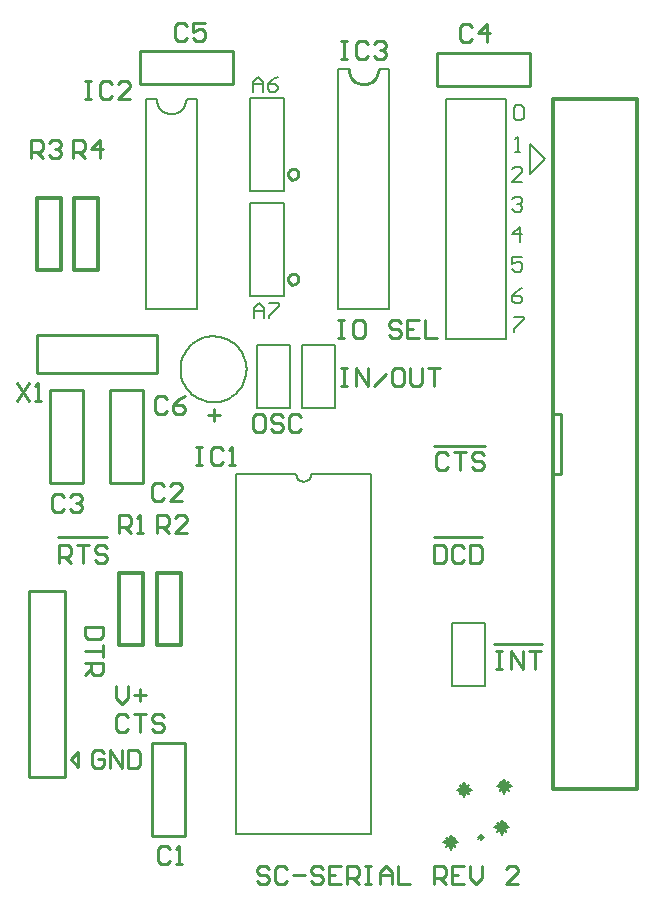
<source format=gto>
G04 Layer_Color=65535*
%FSLAX25Y25*%
%MOIN*%
G70*
G01*
G75*
%ADD12C,0.01000*%
%ADD25C,0.00800*%
%ADD26C,0.00984*%
%ADD27C,0.01200*%
%ADD28C,0.00600*%
%ADD29C,0.00500*%
D12*
X587500Y420000D02*
X587596Y419025D01*
X587881Y418087D01*
X588343Y417222D01*
X588965Y416465D01*
X589722Y415843D01*
X590587Y415381D01*
X591525Y415096D01*
X592500Y415000D01*
X593475Y415096D01*
X594413Y415381D01*
X595278Y415843D01*
X596035Y416465D01*
X596657Y417222D01*
X597119Y418087D01*
X597404Y419025D01*
X597500Y420000D01*
X636000Y228500D02*
X652000D01*
X533000Y164500D02*
Y195500D01*
X522000Y164500D02*
Y195500D01*
X533000D01*
X522000Y164500D02*
X533000D01*
X508000Y282000D02*
Y313000D01*
X519000Y282000D02*
Y313000D01*
X508000Y282000D02*
X519000D01*
X508000Y313000D02*
X519000D01*
X488000Y282000D02*
Y313000D01*
X499000Y282000D02*
Y313000D01*
X488000Y282000D02*
X499000D01*
X488000Y313000D02*
X499000D01*
X518000Y426000D02*
X549000D01*
X518000Y415000D02*
X549000D01*
X518000D02*
Y426000D01*
X549000Y415000D02*
Y426000D01*
X617000Y414500D02*
X648000D01*
X617000Y425500D02*
X648000D01*
Y414500D02*
Y425500D01*
X617000Y414500D02*
Y425500D01*
X655400Y305200D02*
X658400D01*
Y285200D02*
Y305200D01*
X655400Y285200D02*
X658400D01*
X483500Y331300D02*
X523500D01*
X483500Y318700D02*
X523500D01*
X483500D02*
Y331300D01*
X523500Y318700D02*
Y331300D01*
X616000Y264000D02*
X632000D01*
X616000Y294500D02*
X633000D01*
X490500Y264000D02*
X507000D01*
X497450Y187450D02*
Y192450D01*
X494900Y190000D02*
X497450Y187450D01*
X494900Y190000D02*
X497400Y192500D01*
X481000Y246000D02*
X493000D01*
Y184000D02*
Y246000D01*
X481000Y184000D02*
X493000D01*
X481000D02*
Y246000D01*
X477000Y315498D02*
X480999Y309500D01*
Y315498D02*
X477000Y309500D01*
X482998D02*
X484997D01*
X483998D01*
Y315498D01*
X482998Y314498D01*
X495500Y390500D02*
Y396498D01*
X498499D01*
X499499Y395498D01*
Y393499D01*
X498499Y392499D01*
X495500D01*
X497499D02*
X499499Y390500D01*
X504497D02*
Y396498D01*
X501498Y393499D01*
X505497D01*
X523500Y265500D02*
Y271498D01*
X526499D01*
X527499Y270498D01*
Y268499D01*
X526499Y267499D01*
X523500D01*
X525499D02*
X527499Y265500D01*
X533497D02*
X529498D01*
X533497Y269499D01*
Y270498D01*
X532497Y271498D01*
X530498D01*
X529498Y270498D01*
X511000Y265500D02*
Y271498D01*
X513999D01*
X514999Y270498D01*
Y268499D01*
X513999Y267499D01*
X511000D01*
X512999D02*
X514999Y265500D01*
X516998D02*
X518997D01*
X517998D01*
Y271498D01*
X516998Y270498D01*
X585000Y429498D02*
X586999D01*
X586000D01*
Y423500D01*
X585000D01*
X586999D01*
X593997Y428498D02*
X592997Y429498D01*
X590998D01*
X589998Y428498D01*
Y424500D01*
X590998Y423500D01*
X592997D01*
X593997Y424500D01*
X595996Y428498D02*
X596996Y429498D01*
X598995D01*
X599995Y428498D01*
Y427499D01*
X598995Y426499D01*
X597996D01*
X598995D01*
X599995Y425499D01*
Y424500D01*
X598995Y423500D01*
X596996D01*
X595996Y424500D01*
X536500Y293998D02*
X538499D01*
X537500D01*
Y288000D01*
X536500D01*
X538499D01*
X545497Y292998D02*
X544497Y293998D01*
X542498D01*
X541498Y292998D01*
Y289000D01*
X542498Y288000D01*
X544497D01*
X545497Y289000D01*
X547496Y288000D02*
X549496D01*
X548496D01*
Y293998D01*
X547496Y292998D01*
X628499Y433998D02*
X627499Y434998D01*
X625500D01*
X624500Y433998D01*
Y430000D01*
X625500Y429000D01*
X627499D01*
X628499Y430000D01*
X633497Y429000D02*
Y434998D01*
X630498Y431999D01*
X634497D01*
X526999Y309998D02*
X525999Y310998D01*
X524000D01*
X523000Y309998D01*
Y306000D01*
X524000Y305000D01*
X525999D01*
X526999Y306000D01*
X532997Y310998D02*
X530997Y309998D01*
X528998Y307999D01*
Y306000D01*
X529998Y305000D01*
X531997D01*
X532997Y306000D01*
Y306999D01*
X531997Y307999D01*
X528998D01*
X533499Y434498D02*
X532499Y435498D01*
X530500D01*
X529500Y434498D01*
Y430500D01*
X530500Y429500D01*
X532499D01*
X533499Y430500D01*
X539497Y435498D02*
X535498D01*
Y432499D01*
X537497Y433499D01*
X538497D01*
X539497Y432499D01*
Y430500D01*
X538497Y429500D01*
X536498D01*
X535498Y430500D01*
X492499Y277498D02*
X491499Y278498D01*
X489500D01*
X488500Y277498D01*
Y273500D01*
X489500Y272500D01*
X491499D01*
X492499Y273500D01*
X494498Y277498D02*
X495498Y278498D01*
X497497D01*
X498497Y277498D01*
Y276499D01*
X497497Y275499D01*
X496497D01*
X497497D01*
X498497Y274499D01*
Y273500D01*
X497497Y272500D01*
X495498D01*
X494498Y273500D01*
X525999Y280998D02*
X524999Y281998D01*
X523000D01*
X522000Y280998D01*
Y277000D01*
X523000Y276000D01*
X524999D01*
X525999Y277000D01*
X531997Y276000D02*
X527998D01*
X531997Y279999D01*
Y280998D01*
X530997Y281998D01*
X528998D01*
X527998Y280998D01*
X527999Y159998D02*
X526999Y160998D01*
X525000D01*
X524000Y159998D01*
Y156000D01*
X525000Y155000D01*
X526999D01*
X527999Y156000D01*
X529998Y155000D02*
X531997D01*
X530998D01*
Y160998D01*
X529998Y159998D01*
X499500Y415998D02*
X501499D01*
X500500D01*
Y410000D01*
X499500D01*
X501499D01*
X508497Y414998D02*
X507497Y415998D01*
X505498D01*
X504498Y414998D01*
Y411000D01*
X505498Y410000D01*
X507497D01*
X508497Y411000D01*
X514495Y410000D02*
X510496D01*
X514495Y413999D01*
Y414998D01*
X513495Y415998D01*
X511496D01*
X510496Y414998D01*
X481500Y390500D02*
Y396498D01*
X484499D01*
X485499Y395498D01*
Y393499D01*
X484499Y392499D01*
X481500D01*
X483499D02*
X485499Y390500D01*
X487498Y395498D02*
X488498Y396498D01*
X490497D01*
X491497Y395498D01*
Y394499D01*
X490497Y393499D01*
X489497D01*
X490497D01*
X491497Y392499D01*
Y391500D01*
X490497Y390500D01*
X488498D01*
X487498Y391500D01*
X636500Y225998D02*
X638499D01*
X637500D01*
Y220000D01*
X636500D01*
X638499D01*
X641498D02*
Y225998D01*
X645497Y220000D01*
Y225998D01*
X647496D02*
X651495D01*
X649496D01*
Y220000D01*
X542501Y302800D02*
Y306799D01*
X540502Y304799D02*
X544500D01*
X616000Y261498D02*
Y255500D01*
X618999D01*
X619999Y256500D01*
Y260498D01*
X618999Y261498D01*
X616000D01*
X625997Y260498D02*
X624997Y261498D01*
X622998D01*
X621998Y260498D01*
Y256500D01*
X622998Y255500D01*
X624997D01*
X625997Y256500D01*
X627996Y261498D02*
Y255500D01*
X630995D01*
X631995Y256500D01*
Y260498D01*
X630995Y261498D01*
X627996D01*
X620499Y291498D02*
X619499Y292498D01*
X617500D01*
X616500Y291498D01*
Y287500D01*
X617500Y286500D01*
X619499D01*
X620499Y287500D01*
X622498Y292498D02*
X626497D01*
X624497D01*
Y286500D01*
X632495Y291498D02*
X631495Y292498D01*
X629496D01*
X628496Y291498D01*
Y290499D01*
X629496Y289499D01*
X631495D01*
X632495Y288499D01*
Y287500D01*
X631495Y286500D01*
X629496D01*
X628496Y287500D01*
X560999Y153498D02*
X559999Y154498D01*
X558000D01*
X557000Y153498D01*
Y152499D01*
X558000Y151499D01*
X559999D01*
X560999Y150499D01*
Y149500D01*
X559999Y148500D01*
X558000D01*
X557000Y149500D01*
X566997Y153498D02*
X565997Y154498D01*
X563998D01*
X562998Y153498D01*
Y149500D01*
X563998Y148500D01*
X565997D01*
X566997Y149500D01*
X568996Y151499D02*
X572995D01*
X578993Y153498D02*
X577993Y154498D01*
X575994D01*
X574994Y153498D01*
Y152499D01*
X575994Y151499D01*
X577993D01*
X578993Y150499D01*
Y149500D01*
X577993Y148500D01*
X575994D01*
X574994Y149500D01*
X584991Y154498D02*
X580992D01*
Y148500D01*
X584991D01*
X580992Y151499D02*
X582992D01*
X586990Y148500D02*
Y154498D01*
X589989D01*
X590989Y153498D01*
Y151499D01*
X589989Y150499D01*
X586990D01*
X588990D02*
X590989Y148500D01*
X592988Y154498D02*
X594988D01*
X593988D01*
Y148500D01*
X592988D01*
X594988D01*
X597987D02*
Y152499D01*
X599986Y154498D01*
X601986Y152499D01*
Y148500D01*
Y151499D01*
X597987D01*
X603985Y154498D02*
Y148500D01*
X607983D01*
X615981D02*
Y154498D01*
X618980D01*
X619980Y153498D01*
Y151499D01*
X618980Y150499D01*
X615981D01*
X617980D02*
X619980Y148500D01*
X625978Y154498D02*
X621979D01*
Y148500D01*
X625978D01*
X621979Y151499D02*
X623978D01*
X627977Y154498D02*
Y150499D01*
X629976Y148500D01*
X631976Y150499D01*
Y154498D01*
X643972Y148500D02*
X639973D01*
X643972Y152499D01*
Y153498D01*
X642972Y154498D01*
X640973D01*
X639973Y153498D01*
X584000Y336498D02*
X585999D01*
X585000D01*
Y330500D01*
X584000D01*
X585999D01*
X591997Y336498D02*
X589998D01*
X588998Y335498D01*
Y331500D01*
X589998Y330500D01*
X591997D01*
X592997Y331500D01*
Y335498D01*
X591997Y336498D01*
X604993Y335498D02*
X603994Y336498D01*
X601994D01*
X600994Y335498D01*
Y334499D01*
X601994Y333499D01*
X603994D01*
X604993Y332499D01*
Y331500D01*
X603994Y330500D01*
X601994D01*
X600994Y331500D01*
X610991Y336498D02*
X606993D01*
Y330500D01*
X610991D01*
X606993Y333499D02*
X608992D01*
X612991Y336498D02*
Y330500D01*
X616989D01*
X513999Y203998D02*
X512999Y204998D01*
X511000D01*
X510000Y203998D01*
Y200000D01*
X511000Y199000D01*
X512999D01*
X513999Y200000D01*
X515998Y204998D02*
X519997D01*
X517997D01*
Y199000D01*
X525995Y203998D02*
X524995Y204998D01*
X522996D01*
X521996Y203998D01*
Y202999D01*
X522996Y201999D01*
X524995D01*
X525995Y200999D01*
Y200000D01*
X524995Y199000D01*
X522996D01*
X521996Y200000D01*
X510000Y214498D02*
Y210499D01*
X511999Y208500D01*
X513999Y210499D01*
Y214498D01*
X515998Y211499D02*
X519997D01*
X517997Y213498D02*
Y209500D01*
X505498Y234000D02*
X499500D01*
Y231001D01*
X500500Y230001D01*
X504498D01*
X505498Y231001D01*
Y234000D01*
Y228002D02*
Y224003D01*
Y226003D01*
X499500D01*
Y222004D02*
X505498D01*
Y219005D01*
X504498Y218005D01*
X502499D01*
X501499Y219005D01*
Y222004D01*
Y220005D02*
X499500Y218005D01*
X491000Y255500D02*
Y261498D01*
X493999D01*
X494999Y260498D01*
Y258499D01*
X493999Y257499D01*
X491000D01*
X492999D02*
X494999Y255500D01*
X496998Y261498D02*
X500997D01*
X498997D01*
Y255500D01*
X506995Y260498D02*
X505995Y261498D01*
X503996D01*
X502996Y260498D01*
Y259499D01*
X503996Y258499D01*
X505995D01*
X506995Y257499D01*
Y256500D01*
X505995Y255500D01*
X503996D01*
X502996Y256500D01*
X585000Y320498D02*
X586999D01*
X586000D01*
Y314500D01*
X585000D01*
X586999D01*
X589998D02*
Y320498D01*
X593997Y314500D01*
Y320498D01*
X595996Y314500D02*
X599995Y318499D01*
X604993Y320498D02*
X602994D01*
X601995Y319498D01*
Y315500D01*
X602994Y314500D01*
X604993D01*
X605993Y315500D01*
Y319498D01*
X604993Y320498D01*
X607993D02*
Y315500D01*
X608992Y314500D01*
X610992D01*
X611991Y315500D01*
Y320498D01*
X613991D02*
X617989D01*
X615990D01*
Y314500D01*
X558499Y304998D02*
X556500D01*
X555500Y303998D01*
Y300000D01*
X556500Y299000D01*
X558499D01*
X559499Y300000D01*
Y303998D01*
X558499Y304998D01*
X565497Y303998D02*
X564497Y304998D01*
X562498D01*
X561498Y303998D01*
Y302999D01*
X562498Y301999D01*
X564497D01*
X565497Y300999D01*
Y300000D01*
X564497Y299000D01*
X562498D01*
X561498Y300000D01*
X571495Y303998D02*
X570495Y304998D01*
X568496D01*
X567496Y303998D01*
Y300000D01*
X568496Y299000D01*
X570495D01*
X571495Y300000D01*
X505999Y191998D02*
X504999Y192998D01*
X503000D01*
X502000Y191998D01*
Y188000D01*
X503000Y187000D01*
X504999D01*
X505999Y188000D01*
Y189999D01*
X503999D01*
X507998Y187000D02*
Y192998D01*
X511997Y187000D01*
Y192998D01*
X513996D02*
Y187000D01*
X516995D01*
X517995Y188000D01*
Y191998D01*
X516995Y192998D01*
X513996D01*
D25*
X553500Y320000D02*
X553454Y321000D01*
X553318Y321992D01*
X553092Y322968D01*
X552778Y323919D01*
X552379Y324837D01*
X551899Y325715D01*
X551340Y326546D01*
X550708Y327323D01*
X550008Y328039D01*
X549246Y328689D01*
X548428Y329266D01*
X547561Y329767D01*
X546652Y330187D01*
X545708Y330522D01*
X544738Y330770D01*
X543749Y330929D01*
X542750Y330997D01*
X541749Y330974D01*
X540755Y330861D01*
X539774Y330657D01*
X538816Y330365D01*
X537889Y329987D01*
X537000Y329526D01*
X536157Y328987D01*
X535366Y328373D01*
X534634Y327689D01*
X533967Y326942D01*
X533371Y326137D01*
X532851Y325282D01*
X532411Y324382D01*
X532054Y323447D01*
X531784Y322483D01*
X531602Y321498D01*
X531511Y320501D01*
Y319499D01*
X531602Y318502D01*
X531784Y317517D01*
X532054Y316553D01*
X532411Y315618D01*
X532851Y314718D01*
X533371Y313863D01*
X533967Y313058D01*
X534634Y312311D01*
X535366Y311627D01*
X536157Y311013D01*
X537000Y310474D01*
X537889Y310013D01*
X538816Y309635D01*
X539774Y309343D01*
X540755Y309139D01*
X541749Y309026D01*
X542750Y309003D01*
X543749Y309071D01*
X544738Y309230D01*
X545708Y309478D01*
X546652Y309813D01*
X547561Y310233D01*
X548428Y310734D01*
X549246Y311311D01*
X550008Y311961D01*
X550708Y312677D01*
X551340Y313454D01*
X551899Y314284D01*
X552379Y315163D01*
X552778Y316081D01*
X553092Y317032D01*
X553318Y318008D01*
X553454Y319000D01*
X553500Y320000D01*
X523500Y410000D02*
X523596Y409024D01*
X523881Y408087D01*
X524343Y407222D01*
X524965Y406464D01*
X525722Y405843D01*
X526587Y405381D01*
X527525Y405096D01*
X528500Y405000D01*
X529475Y405096D01*
X530413Y405381D01*
X531278Y405843D01*
X532035Y406464D01*
X532657Y407222D01*
X533119Y408087D01*
X533404Y409024D01*
X533500Y410000D01*
X570000Y285000D02*
X570190Y284043D01*
X570732Y283232D01*
X571543Y282690D01*
X572500Y282500D01*
X573457Y282690D01*
X574268Y283232D01*
X574810Y284043D01*
X575000Y285000D01*
X648100Y385000D02*
X653100Y390000D01*
X648100Y385000D02*
Y395000D01*
X653100Y390000D01*
X622500Y330000D02*
X632500D01*
X640000D02*
Y410000D01*
X620000D02*
X640000D01*
X620000Y330000D02*
Y410000D01*
Y330000D02*
X622500D01*
X632500D02*
X640000D01*
X557000Y328000D02*
X568000D01*
Y307000D02*
Y328000D01*
X557000Y307000D02*
X568000D01*
X557000D02*
Y328000D01*
X572000Y307000D02*
Y328000D01*
Y307000D02*
X583000D01*
Y328000D01*
X572000D02*
X583000D01*
X622000Y214500D02*
X633000D01*
X622000D02*
Y235500D01*
X633000D01*
Y214500D02*
Y235500D01*
X554500Y344500D02*
X566000D01*
X554500D02*
Y375500D01*
X566000D01*
Y344500D02*
Y375500D01*
Y379500D02*
Y410500D01*
X554500D02*
X566000D01*
X554500Y379500D02*
Y410500D01*
Y379500D02*
X566000D01*
X520000Y410000D02*
X523500D01*
X533500D02*
X537000D01*
Y340000D02*
Y410000D01*
X520000Y340000D02*
X537000D01*
X520000D02*
Y410000D01*
X584000Y340000D02*
Y420000D01*
Y340000D02*
X601000D01*
Y420000D01*
X597500D02*
X601000D01*
X584000D02*
X587500D01*
X550000Y165000D02*
Y285000D01*
Y165000D02*
X595000D01*
Y285000D01*
X575000D02*
X595000D01*
X550000D02*
X570000D01*
X556000Y337000D02*
Y340332D01*
X557666Y341998D01*
X559332Y340332D01*
Y337000D01*
Y339499D01*
X556000D01*
X560998Y341998D02*
X564331D01*
Y341165D01*
X560998Y337833D01*
Y337000D01*
X555500Y412500D02*
Y415832D01*
X557166Y417498D01*
X558832Y415832D01*
Y412500D01*
Y414999D01*
X555500D01*
X563831Y417498D02*
X562164Y416665D01*
X560498Y414999D01*
Y413333D01*
X561331Y412500D01*
X562998D01*
X563831Y413333D01*
Y414166D01*
X562998Y414999D01*
X560498D01*
X642500Y337498D02*
X645832D01*
Y336665D01*
X642500Y333333D01*
Y332500D01*
X645332Y346998D02*
X643666Y346165D01*
X642000Y344499D01*
Y342833D01*
X642833Y342000D01*
X644499D01*
X645332Y342833D01*
Y343666D01*
X644499Y344499D01*
X642000D01*
X645332Y357498D02*
X642000D01*
Y354999D01*
X643666Y355832D01*
X644499D01*
X645332Y354999D01*
Y353333D01*
X644499Y352500D01*
X642833D01*
X642000Y353333D01*
X644499Y362500D02*
Y367498D01*
X642000Y364999D01*
X645332D01*
X642000Y376665D02*
X642833Y377498D01*
X644499D01*
X645332Y376665D01*
Y375832D01*
X644499Y374999D01*
X643666D01*
X644499D01*
X645332Y374166D01*
Y373333D01*
X644499Y372500D01*
X642833D01*
X642000Y373333D01*
X645332Y382500D02*
X642000D01*
X645332Y385832D01*
Y386665D01*
X644499Y387498D01*
X642833D01*
X642000Y386665D01*
X643000Y392500D02*
X644666D01*
X643833D01*
Y397498D01*
X643000Y396665D01*
X642500Y407165D02*
X643333Y407998D01*
X644999D01*
X645832Y407165D01*
Y403833D01*
X644999Y403000D01*
X643333D01*
X642500Y403833D01*
Y407165D01*
D26*
X570803Y350000D02*
X570517Y350975D01*
X569749Y351640D01*
X568743Y351784D01*
X567819Y351362D01*
X567270Y350508D01*
Y349492D01*
X567819Y348638D01*
X568743Y348216D01*
X569749Y348360D01*
X570517Y349025D01*
X570803Y350000D01*
Y385000D02*
X570517Y385975D01*
X569749Y386640D01*
X568743Y386784D01*
X567819Y386362D01*
X567270Y385508D01*
Y384492D01*
X567819Y383638D01*
X568743Y383216D01*
X569749Y383360D01*
X570517Y384025D01*
X570803Y385000D01*
D27*
X683500Y180000D02*
Y410000D01*
X655500Y180000D02*
Y410000D01*
X683500D01*
X655500Y180000D02*
X683500D01*
X491500Y353000D02*
Y377000D01*
X483500D02*
X491500D01*
X483500Y353000D02*
Y377000D01*
Y353000D02*
X491500D01*
X511000Y228000D02*
X519000D01*
X511000D02*
Y252000D01*
X519000D01*
Y228000D02*
Y252000D01*
X531500Y228000D02*
Y252000D01*
X523500D02*
X531500D01*
X523500Y228000D02*
Y252000D01*
Y228000D02*
X531500D01*
X496000Y353000D02*
X504000D01*
X496000D02*
Y377000D01*
X504000D01*
Y353000D02*
Y377000D01*
D28*
X630900Y164600D02*
X631500Y164000D01*
X632200Y163300D01*
X631500Y164000D02*
X631600D01*
X630800Y163300D02*
X631500Y164000D01*
Y163000D02*
Y165000D01*
X630500Y164000D02*
X632500D01*
X631600D02*
X632200Y164600D01*
D29*
X619100Y162300D02*
X623100Y163800D01*
X620100Y160800D02*
X621600Y164800D01*
X619100Y162300D02*
X624100D01*
X619100D02*
X623100Y160800D01*
X621600Y164800D02*
X623100Y160800D01*
X620100Y163800D02*
X624100Y162300D01*
X620100Y160800D02*
X624100Y162300D01*
X620100Y163800D02*
X621600Y159800D01*
X623100Y163800D01*
X620100Y160800D02*
X623100Y163800D01*
X620100D02*
X623100Y160800D01*
X621600Y159800D02*
Y164800D01*
X636850Y181050D02*
X640850Y182550D01*
X637850Y179550D02*
X639350Y183550D01*
X636850Y181050D02*
X641850D01*
X636850D02*
X640850Y179550D01*
X639350Y183550D02*
X640850Y179550D01*
X637850Y182550D02*
X641850Y181050D01*
X637850Y179550D02*
X641850Y181050D01*
X637850Y182550D02*
X639350Y178550D01*
X640850Y182550D01*
X637850Y179550D02*
X640850Y182550D01*
X637850D02*
X640850Y179550D01*
X639350Y178550D02*
Y183550D01*
X636100Y167300D02*
X640100Y168800D01*
X637100Y165800D02*
X638600Y169800D01*
X636100Y167300D02*
X641100D01*
X636100D02*
X640100Y165800D01*
X638600Y169800D02*
X640100Y165800D01*
X637100Y168800D02*
X641100Y167300D01*
X637100Y165800D02*
X641100Y167300D01*
X637100Y168800D02*
X638600Y164800D01*
X640100Y168800D01*
X637100Y165800D02*
X640100Y168800D01*
X638600Y164800D02*
Y169800D01*
X623600Y179800D02*
X627600Y181300D01*
X624600Y178300D02*
X626100Y182300D01*
X623600Y179800D02*
X628600D01*
X623600D02*
X627600Y178300D01*
X626100Y182300D02*
X627600Y178300D01*
X624600Y181300D02*
X628600Y179800D01*
X624600Y178300D02*
X628600Y179800D01*
X624600Y181300D02*
X626100Y177300D01*
X627600Y181300D01*
X624600Y178300D02*
X627600Y181300D01*
X624600D02*
X627600Y178300D01*
X626100Y177300D02*
Y182300D01*
X637100Y168800D02*
X640100Y165800D01*
M02*

</source>
